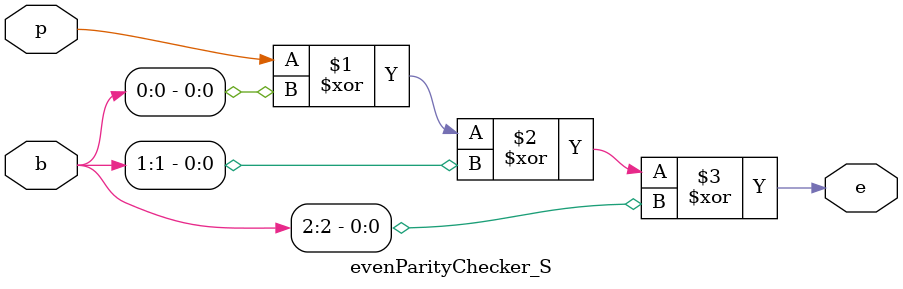
<source format=v>
module evenParityChecker_S(p,b,e);
input p;
input [2:0]b;
output wire e;
xor(e,p,b[0],b[1],b[2]);
endmodule

</source>
